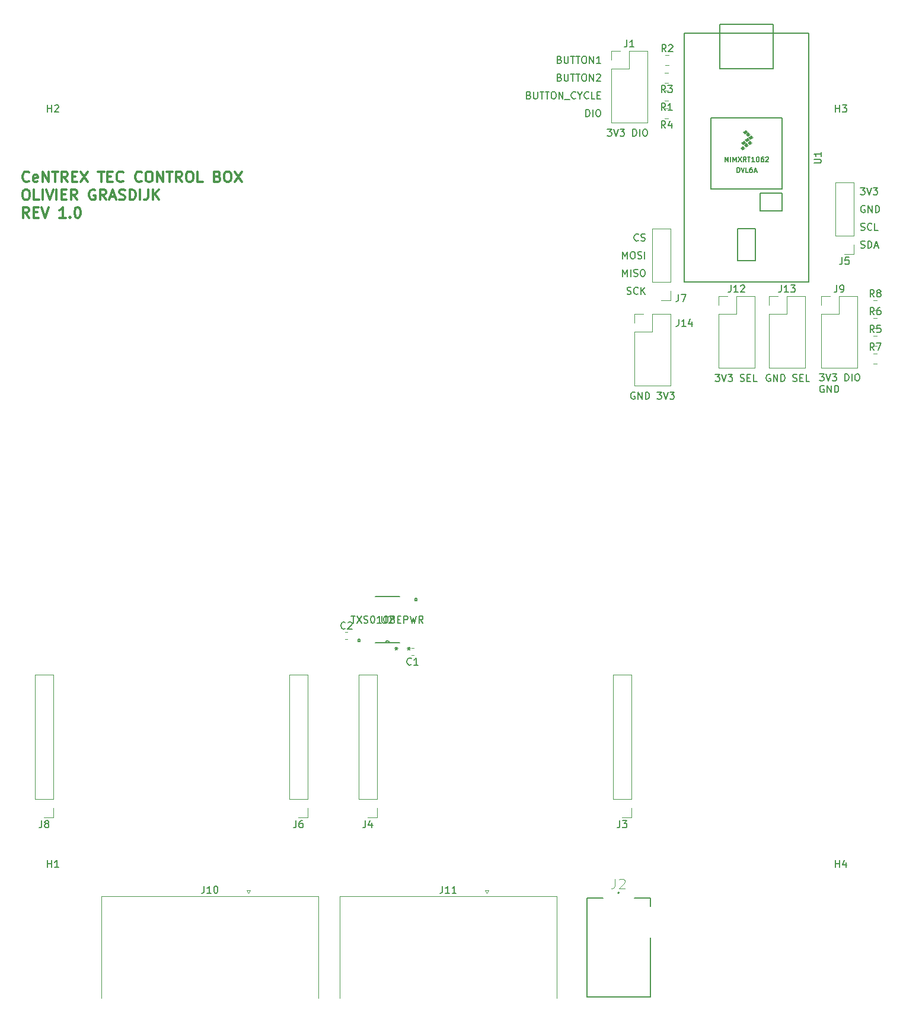
<source format=gbr>
G04 #@! TF.GenerationSoftware,KiCad,Pcbnew,(5.1.5)-3*
G04 #@! TF.CreationDate,2020-06-18T11:51:04-04:00*
G04 #@! TF.ProjectId,mtd415te,6d746434-3135-4746-952e-6b696361645f,rev?*
G04 #@! TF.SameCoordinates,Original*
G04 #@! TF.FileFunction,Legend,Top*
G04 #@! TF.FilePolarity,Positive*
%FSLAX46Y46*%
G04 Gerber Fmt 4.6, Leading zero omitted, Abs format (unit mm)*
G04 Created by KiCad (PCBNEW (5.1.5)-3) date 2020-06-18 11:51:04*
%MOMM*%
%LPD*%
G04 APERTURE LIST*
%ADD10C,0.150000*%
%ADD11C,0.300000*%
%ADD12C,0.120000*%
%ADD13C,0.200000*%
%ADD14C,0.127000*%
%ADD15C,0.100000*%
%ADD16C,0.152400*%
%ADD17C,0.015000*%
G04 APERTURE END LIST*
D10*
X163609976Y-57046761D02*
X163752833Y-57094380D01*
X163990928Y-57094380D01*
X164086166Y-57046761D01*
X164133785Y-56999142D01*
X164181404Y-56903904D01*
X164181404Y-56808666D01*
X164133785Y-56713428D01*
X164086166Y-56665809D01*
X163990928Y-56618190D01*
X163800452Y-56570571D01*
X163705214Y-56522952D01*
X163657595Y-56475333D01*
X163609976Y-56380095D01*
X163609976Y-56284857D01*
X163657595Y-56189619D01*
X163705214Y-56142000D01*
X163800452Y-56094380D01*
X164038547Y-56094380D01*
X164181404Y-56142000D01*
X164609976Y-57094380D02*
X164609976Y-56094380D01*
X164848071Y-56094380D01*
X164990928Y-56142000D01*
X165086166Y-56237238D01*
X165133785Y-56332476D01*
X165181404Y-56522952D01*
X165181404Y-56665809D01*
X165133785Y-56856285D01*
X165086166Y-56951523D01*
X164990928Y-57046761D01*
X164848071Y-57094380D01*
X164609976Y-57094380D01*
X165562357Y-56808666D02*
X166038547Y-56808666D01*
X165467119Y-57094380D02*
X165800452Y-56094380D01*
X166133785Y-57094380D01*
X163609976Y-54506761D02*
X163752833Y-54554380D01*
X163990928Y-54554380D01*
X164086166Y-54506761D01*
X164133785Y-54459142D01*
X164181404Y-54363904D01*
X164181404Y-54268666D01*
X164133785Y-54173428D01*
X164086166Y-54125809D01*
X163990928Y-54078190D01*
X163800452Y-54030571D01*
X163705214Y-53982952D01*
X163657595Y-53935333D01*
X163609976Y-53840095D01*
X163609976Y-53744857D01*
X163657595Y-53649619D01*
X163705214Y-53602000D01*
X163800452Y-53554380D01*
X164038547Y-53554380D01*
X164181404Y-53602000D01*
X165181404Y-54459142D02*
X165133785Y-54506761D01*
X164990928Y-54554380D01*
X164895690Y-54554380D01*
X164752833Y-54506761D01*
X164657595Y-54411523D01*
X164609976Y-54316285D01*
X164562357Y-54125809D01*
X164562357Y-53982952D01*
X164609976Y-53792476D01*
X164657595Y-53697238D01*
X164752833Y-53602000D01*
X164895690Y-53554380D01*
X164990928Y-53554380D01*
X165133785Y-53602000D01*
X165181404Y-53649619D01*
X166086166Y-54554380D02*
X165609976Y-54554380D01*
X165609976Y-53554380D01*
X164181404Y-51062000D02*
X164086166Y-51014380D01*
X163943309Y-51014380D01*
X163800452Y-51062000D01*
X163705214Y-51157238D01*
X163657595Y-51252476D01*
X163609976Y-51442952D01*
X163609976Y-51585809D01*
X163657595Y-51776285D01*
X163705214Y-51871523D01*
X163800452Y-51966761D01*
X163943309Y-52014380D01*
X164038547Y-52014380D01*
X164181404Y-51966761D01*
X164229023Y-51919142D01*
X164229023Y-51585809D01*
X164038547Y-51585809D01*
X164657595Y-52014380D02*
X164657595Y-51014380D01*
X165229023Y-52014380D01*
X165229023Y-51014380D01*
X165705214Y-52014380D02*
X165705214Y-51014380D01*
X165943309Y-51014380D01*
X166086166Y-51062000D01*
X166181404Y-51157238D01*
X166229023Y-51252476D01*
X166276642Y-51442952D01*
X166276642Y-51585809D01*
X166229023Y-51776285D01*
X166181404Y-51871523D01*
X166086166Y-51966761D01*
X165943309Y-52014380D01*
X165705214Y-52014380D01*
X163562357Y-48474380D02*
X164181404Y-48474380D01*
X163848071Y-48855333D01*
X163990928Y-48855333D01*
X164086166Y-48902952D01*
X164133785Y-48950571D01*
X164181404Y-49045809D01*
X164181404Y-49283904D01*
X164133785Y-49379142D01*
X164086166Y-49426761D01*
X163990928Y-49474380D01*
X163705214Y-49474380D01*
X163609976Y-49426761D01*
X163562357Y-49379142D01*
X164467119Y-48474380D02*
X164800452Y-49474380D01*
X165133785Y-48474380D01*
X165371880Y-48474380D02*
X165990928Y-48474380D01*
X165657595Y-48855333D01*
X165800452Y-48855333D01*
X165895690Y-48902952D01*
X165943309Y-48950571D01*
X165990928Y-49045809D01*
X165990928Y-49283904D01*
X165943309Y-49379142D01*
X165895690Y-49426761D01*
X165800452Y-49474380D01*
X165514738Y-49474380D01*
X165419500Y-49426761D01*
X165371880Y-49379142D01*
X129617547Y-61158380D02*
X129617547Y-60158380D01*
X129950880Y-60872666D01*
X130284214Y-60158380D01*
X130284214Y-61158380D01*
X130760404Y-61158380D02*
X130760404Y-60158380D01*
X131188976Y-61110761D02*
X131331833Y-61158380D01*
X131569928Y-61158380D01*
X131665166Y-61110761D01*
X131712785Y-61063142D01*
X131760404Y-60967904D01*
X131760404Y-60872666D01*
X131712785Y-60777428D01*
X131665166Y-60729809D01*
X131569928Y-60682190D01*
X131379452Y-60634571D01*
X131284214Y-60586952D01*
X131236595Y-60539333D01*
X131188976Y-60444095D01*
X131188976Y-60348857D01*
X131236595Y-60253619D01*
X131284214Y-60206000D01*
X131379452Y-60158380D01*
X131617547Y-60158380D01*
X131760404Y-60206000D01*
X132379452Y-60158380D02*
X132569928Y-60158380D01*
X132665166Y-60206000D01*
X132760404Y-60301238D01*
X132808023Y-60491714D01*
X132808023Y-60825047D01*
X132760404Y-61015523D01*
X132665166Y-61110761D01*
X132569928Y-61158380D01*
X132379452Y-61158380D01*
X132284214Y-61110761D01*
X132188976Y-61015523D01*
X132141357Y-60825047D01*
X132141357Y-60491714D01*
X132188976Y-60301238D01*
X132284214Y-60206000D01*
X132379452Y-60158380D01*
X131855642Y-55983142D02*
X131808023Y-56030761D01*
X131665166Y-56078380D01*
X131569928Y-56078380D01*
X131427071Y-56030761D01*
X131331833Y-55935523D01*
X131284214Y-55840285D01*
X131236595Y-55649809D01*
X131236595Y-55506952D01*
X131284214Y-55316476D01*
X131331833Y-55221238D01*
X131427071Y-55126000D01*
X131569928Y-55078380D01*
X131665166Y-55078380D01*
X131808023Y-55126000D01*
X131855642Y-55173619D01*
X132236595Y-56030761D02*
X132379452Y-56078380D01*
X132617547Y-56078380D01*
X132712785Y-56030761D01*
X132760404Y-55983142D01*
X132808023Y-55887904D01*
X132808023Y-55792666D01*
X132760404Y-55697428D01*
X132712785Y-55649809D01*
X132617547Y-55602190D01*
X132427071Y-55554571D01*
X132331833Y-55506952D01*
X132284214Y-55459333D01*
X132236595Y-55364095D01*
X132236595Y-55268857D01*
X132284214Y-55173619D01*
X132331833Y-55126000D01*
X132427071Y-55078380D01*
X132665166Y-55078380D01*
X132808023Y-55126000D01*
X130236595Y-63650761D02*
X130379452Y-63698380D01*
X130617547Y-63698380D01*
X130712785Y-63650761D01*
X130760404Y-63603142D01*
X130808023Y-63507904D01*
X130808023Y-63412666D01*
X130760404Y-63317428D01*
X130712785Y-63269809D01*
X130617547Y-63222190D01*
X130427071Y-63174571D01*
X130331833Y-63126952D01*
X130284214Y-63079333D01*
X130236595Y-62984095D01*
X130236595Y-62888857D01*
X130284214Y-62793619D01*
X130331833Y-62746000D01*
X130427071Y-62698380D01*
X130665166Y-62698380D01*
X130808023Y-62746000D01*
X131808023Y-63603142D02*
X131760404Y-63650761D01*
X131617547Y-63698380D01*
X131522309Y-63698380D01*
X131379452Y-63650761D01*
X131284214Y-63555523D01*
X131236595Y-63460285D01*
X131188976Y-63269809D01*
X131188976Y-63126952D01*
X131236595Y-62936476D01*
X131284214Y-62841238D01*
X131379452Y-62746000D01*
X131522309Y-62698380D01*
X131617547Y-62698380D01*
X131760404Y-62746000D01*
X131808023Y-62793619D01*
X132236595Y-63698380D02*
X132236595Y-62698380D01*
X132808023Y-63698380D02*
X132379452Y-63126952D01*
X132808023Y-62698380D02*
X132236595Y-63269809D01*
X129617547Y-58618380D02*
X129617547Y-57618380D01*
X129950880Y-58332666D01*
X130284214Y-57618380D01*
X130284214Y-58618380D01*
X130950880Y-57618380D02*
X131141357Y-57618380D01*
X131236595Y-57666000D01*
X131331833Y-57761238D01*
X131379452Y-57951714D01*
X131379452Y-58285047D01*
X131331833Y-58475523D01*
X131236595Y-58570761D01*
X131141357Y-58618380D01*
X130950880Y-58618380D01*
X130855642Y-58570761D01*
X130760404Y-58475523D01*
X130712785Y-58285047D01*
X130712785Y-57951714D01*
X130760404Y-57761238D01*
X130855642Y-57666000D01*
X130950880Y-57618380D01*
X131760404Y-58570761D02*
X131903261Y-58618380D01*
X132141357Y-58618380D01*
X132236595Y-58570761D01*
X132284214Y-58523142D01*
X132331833Y-58427904D01*
X132331833Y-58332666D01*
X132284214Y-58237428D01*
X132236595Y-58189809D01*
X132141357Y-58142190D01*
X131950880Y-58094571D01*
X131855642Y-58046952D01*
X131808023Y-57999333D01*
X131760404Y-57904095D01*
X131760404Y-57808857D01*
X131808023Y-57713619D01*
X131855642Y-57666000D01*
X131950880Y-57618380D01*
X132188976Y-57618380D01*
X132331833Y-57666000D01*
X132760404Y-58618380D02*
X132760404Y-57618380D01*
X131334190Y-77732000D02*
X131238952Y-77684380D01*
X131096095Y-77684380D01*
X130953238Y-77732000D01*
X130858000Y-77827238D01*
X130810380Y-77922476D01*
X130762761Y-78112952D01*
X130762761Y-78255809D01*
X130810380Y-78446285D01*
X130858000Y-78541523D01*
X130953238Y-78636761D01*
X131096095Y-78684380D01*
X131191333Y-78684380D01*
X131334190Y-78636761D01*
X131381809Y-78589142D01*
X131381809Y-78255809D01*
X131191333Y-78255809D01*
X131810380Y-78684380D02*
X131810380Y-77684380D01*
X132381809Y-78684380D01*
X132381809Y-77684380D01*
X132858000Y-78684380D02*
X132858000Y-77684380D01*
X133096095Y-77684380D01*
X133238952Y-77732000D01*
X133334190Y-77827238D01*
X133381809Y-77922476D01*
X133429428Y-78112952D01*
X133429428Y-78255809D01*
X133381809Y-78446285D01*
X133334190Y-78541523D01*
X133238952Y-78636761D01*
X133096095Y-78684380D01*
X132858000Y-78684380D01*
X134524666Y-77684380D02*
X135143714Y-77684380D01*
X134810380Y-78065333D01*
X134953238Y-78065333D01*
X135048476Y-78112952D01*
X135096095Y-78160571D01*
X135143714Y-78255809D01*
X135143714Y-78493904D01*
X135096095Y-78589142D01*
X135048476Y-78636761D01*
X134953238Y-78684380D01*
X134667523Y-78684380D01*
X134572285Y-78636761D01*
X134524666Y-78589142D01*
X135429428Y-77684380D02*
X135762761Y-78684380D01*
X136096095Y-77684380D01*
X136334190Y-77684380D02*
X136953238Y-77684380D01*
X136619904Y-78065333D01*
X136762761Y-78065333D01*
X136858000Y-78112952D01*
X136905619Y-78160571D01*
X136953238Y-78255809D01*
X136953238Y-78493904D01*
X136905619Y-78589142D01*
X136858000Y-78636761D01*
X136762761Y-78684380D01*
X136477047Y-78684380D01*
X136381809Y-78636761D01*
X136334190Y-78589142D01*
D11*
X44843285Y-47515714D02*
X44771857Y-47587142D01*
X44557571Y-47658571D01*
X44414714Y-47658571D01*
X44200428Y-47587142D01*
X44057571Y-47444285D01*
X43986142Y-47301428D01*
X43914714Y-47015714D01*
X43914714Y-46801428D01*
X43986142Y-46515714D01*
X44057571Y-46372857D01*
X44200428Y-46230000D01*
X44414714Y-46158571D01*
X44557571Y-46158571D01*
X44771857Y-46230000D01*
X44843285Y-46301428D01*
X46057571Y-47587142D02*
X45914714Y-47658571D01*
X45629000Y-47658571D01*
X45486142Y-47587142D01*
X45414714Y-47444285D01*
X45414714Y-46872857D01*
X45486142Y-46730000D01*
X45629000Y-46658571D01*
X45914714Y-46658571D01*
X46057571Y-46730000D01*
X46129000Y-46872857D01*
X46129000Y-47015714D01*
X45414714Y-47158571D01*
X46771857Y-47658571D02*
X46771857Y-46158571D01*
X47629000Y-47658571D01*
X47629000Y-46158571D01*
X48129000Y-46158571D02*
X48986142Y-46158571D01*
X48557571Y-47658571D02*
X48557571Y-46158571D01*
X50343285Y-47658571D02*
X49843285Y-46944285D01*
X49486142Y-47658571D02*
X49486142Y-46158571D01*
X50057571Y-46158571D01*
X50200428Y-46230000D01*
X50271857Y-46301428D01*
X50343285Y-46444285D01*
X50343285Y-46658571D01*
X50271857Y-46801428D01*
X50200428Y-46872857D01*
X50057571Y-46944285D01*
X49486142Y-46944285D01*
X50986142Y-46872857D02*
X51486142Y-46872857D01*
X51700428Y-47658571D02*
X50986142Y-47658571D01*
X50986142Y-46158571D01*
X51700428Y-46158571D01*
X52200428Y-46158571D02*
X53200428Y-47658571D01*
X53200428Y-46158571D02*
X52200428Y-47658571D01*
X54700428Y-46158571D02*
X55557571Y-46158571D01*
X55129000Y-47658571D02*
X55129000Y-46158571D01*
X56057571Y-46872857D02*
X56557571Y-46872857D01*
X56771857Y-47658571D02*
X56057571Y-47658571D01*
X56057571Y-46158571D01*
X56771857Y-46158571D01*
X58271857Y-47515714D02*
X58200428Y-47587142D01*
X57986142Y-47658571D01*
X57843285Y-47658571D01*
X57629000Y-47587142D01*
X57486142Y-47444285D01*
X57414714Y-47301428D01*
X57343285Y-47015714D01*
X57343285Y-46801428D01*
X57414714Y-46515714D01*
X57486142Y-46372857D01*
X57629000Y-46230000D01*
X57843285Y-46158571D01*
X57986142Y-46158571D01*
X58200428Y-46230000D01*
X58271857Y-46301428D01*
X60914714Y-47515714D02*
X60843285Y-47587142D01*
X60629000Y-47658571D01*
X60486142Y-47658571D01*
X60271857Y-47587142D01*
X60129000Y-47444285D01*
X60057571Y-47301428D01*
X59986142Y-47015714D01*
X59986142Y-46801428D01*
X60057571Y-46515714D01*
X60129000Y-46372857D01*
X60271857Y-46230000D01*
X60486142Y-46158571D01*
X60629000Y-46158571D01*
X60843285Y-46230000D01*
X60914714Y-46301428D01*
X61843285Y-46158571D02*
X62129000Y-46158571D01*
X62271857Y-46230000D01*
X62414714Y-46372857D01*
X62486142Y-46658571D01*
X62486142Y-47158571D01*
X62414714Y-47444285D01*
X62271857Y-47587142D01*
X62129000Y-47658571D01*
X61843285Y-47658571D01*
X61700428Y-47587142D01*
X61557571Y-47444285D01*
X61486142Y-47158571D01*
X61486142Y-46658571D01*
X61557571Y-46372857D01*
X61700428Y-46230000D01*
X61843285Y-46158571D01*
X63129000Y-47658571D02*
X63129000Y-46158571D01*
X63986142Y-47658571D01*
X63986142Y-46158571D01*
X64486142Y-46158571D02*
X65343285Y-46158571D01*
X64914714Y-47658571D02*
X64914714Y-46158571D01*
X66700428Y-47658571D02*
X66200428Y-46944285D01*
X65843285Y-47658571D02*
X65843285Y-46158571D01*
X66414714Y-46158571D01*
X66557571Y-46230000D01*
X66629000Y-46301428D01*
X66700428Y-46444285D01*
X66700428Y-46658571D01*
X66629000Y-46801428D01*
X66557571Y-46872857D01*
X66414714Y-46944285D01*
X65843285Y-46944285D01*
X67629000Y-46158571D02*
X67914714Y-46158571D01*
X68057571Y-46230000D01*
X68200428Y-46372857D01*
X68271857Y-46658571D01*
X68271857Y-47158571D01*
X68200428Y-47444285D01*
X68057571Y-47587142D01*
X67914714Y-47658571D01*
X67629000Y-47658571D01*
X67486142Y-47587142D01*
X67343285Y-47444285D01*
X67271857Y-47158571D01*
X67271857Y-46658571D01*
X67343285Y-46372857D01*
X67486142Y-46230000D01*
X67629000Y-46158571D01*
X69629000Y-47658571D02*
X68914714Y-47658571D01*
X68914714Y-46158571D01*
X71771857Y-46872857D02*
X71986142Y-46944285D01*
X72057571Y-47015714D01*
X72129000Y-47158571D01*
X72129000Y-47372857D01*
X72057571Y-47515714D01*
X71986142Y-47587142D01*
X71843285Y-47658571D01*
X71271857Y-47658571D01*
X71271857Y-46158571D01*
X71771857Y-46158571D01*
X71914714Y-46230000D01*
X71986142Y-46301428D01*
X72057571Y-46444285D01*
X72057571Y-46587142D01*
X71986142Y-46730000D01*
X71914714Y-46801428D01*
X71771857Y-46872857D01*
X71271857Y-46872857D01*
X73057571Y-46158571D02*
X73343285Y-46158571D01*
X73486142Y-46230000D01*
X73629000Y-46372857D01*
X73700428Y-46658571D01*
X73700428Y-47158571D01*
X73629000Y-47444285D01*
X73486142Y-47587142D01*
X73343285Y-47658571D01*
X73057571Y-47658571D01*
X72914714Y-47587142D01*
X72771857Y-47444285D01*
X72700428Y-47158571D01*
X72700428Y-46658571D01*
X72771857Y-46372857D01*
X72914714Y-46230000D01*
X73057571Y-46158571D01*
X74200428Y-46158571D02*
X75200428Y-47658571D01*
X75200428Y-46158571D02*
X74200428Y-47658571D01*
X44271857Y-48708571D02*
X44557571Y-48708571D01*
X44700428Y-48780000D01*
X44843285Y-48922857D01*
X44914714Y-49208571D01*
X44914714Y-49708571D01*
X44843285Y-49994285D01*
X44700428Y-50137142D01*
X44557571Y-50208571D01*
X44271857Y-50208571D01*
X44129000Y-50137142D01*
X43986142Y-49994285D01*
X43914714Y-49708571D01*
X43914714Y-49208571D01*
X43986142Y-48922857D01*
X44129000Y-48780000D01*
X44271857Y-48708571D01*
X46271857Y-50208571D02*
X45557571Y-50208571D01*
X45557571Y-48708571D01*
X46771857Y-50208571D02*
X46771857Y-48708571D01*
X47271857Y-48708571D02*
X47771857Y-50208571D01*
X48271857Y-48708571D01*
X48771857Y-50208571D02*
X48771857Y-48708571D01*
X49486142Y-49422857D02*
X49986142Y-49422857D01*
X50200428Y-50208571D02*
X49486142Y-50208571D01*
X49486142Y-48708571D01*
X50200428Y-48708571D01*
X51700428Y-50208571D02*
X51200428Y-49494285D01*
X50843285Y-50208571D02*
X50843285Y-48708571D01*
X51414714Y-48708571D01*
X51557571Y-48780000D01*
X51629000Y-48851428D01*
X51700428Y-48994285D01*
X51700428Y-49208571D01*
X51629000Y-49351428D01*
X51557571Y-49422857D01*
X51414714Y-49494285D01*
X50843285Y-49494285D01*
X54271857Y-48780000D02*
X54129000Y-48708571D01*
X53914714Y-48708571D01*
X53700428Y-48780000D01*
X53557571Y-48922857D01*
X53486142Y-49065714D01*
X53414714Y-49351428D01*
X53414714Y-49565714D01*
X53486142Y-49851428D01*
X53557571Y-49994285D01*
X53700428Y-50137142D01*
X53914714Y-50208571D01*
X54057571Y-50208571D01*
X54271857Y-50137142D01*
X54343285Y-50065714D01*
X54343285Y-49565714D01*
X54057571Y-49565714D01*
X55843285Y-50208571D02*
X55343285Y-49494285D01*
X54986142Y-50208571D02*
X54986142Y-48708571D01*
X55557571Y-48708571D01*
X55700428Y-48780000D01*
X55771857Y-48851428D01*
X55843285Y-48994285D01*
X55843285Y-49208571D01*
X55771857Y-49351428D01*
X55700428Y-49422857D01*
X55557571Y-49494285D01*
X54986142Y-49494285D01*
X56414714Y-49780000D02*
X57129000Y-49780000D01*
X56271857Y-50208571D02*
X56771857Y-48708571D01*
X57271857Y-50208571D01*
X57700428Y-50137142D02*
X57914714Y-50208571D01*
X58271857Y-50208571D01*
X58414714Y-50137142D01*
X58486142Y-50065714D01*
X58557571Y-49922857D01*
X58557571Y-49780000D01*
X58486142Y-49637142D01*
X58414714Y-49565714D01*
X58271857Y-49494285D01*
X57986142Y-49422857D01*
X57843285Y-49351428D01*
X57771857Y-49280000D01*
X57700428Y-49137142D01*
X57700428Y-48994285D01*
X57771857Y-48851428D01*
X57843285Y-48780000D01*
X57986142Y-48708571D01*
X58343285Y-48708571D01*
X58557571Y-48780000D01*
X59200428Y-50208571D02*
X59200428Y-48708571D01*
X59557571Y-48708571D01*
X59771857Y-48780000D01*
X59914714Y-48922857D01*
X59986142Y-49065714D01*
X60057571Y-49351428D01*
X60057571Y-49565714D01*
X59986142Y-49851428D01*
X59914714Y-49994285D01*
X59771857Y-50137142D01*
X59557571Y-50208571D01*
X59200428Y-50208571D01*
X60700428Y-50208571D02*
X60700428Y-48708571D01*
X61843285Y-48708571D02*
X61843285Y-49780000D01*
X61771857Y-49994285D01*
X61629000Y-50137142D01*
X61414714Y-50208571D01*
X61271857Y-50208571D01*
X62557571Y-50208571D02*
X62557571Y-48708571D01*
X63414714Y-50208571D02*
X62771857Y-49351428D01*
X63414714Y-48708571D02*
X62557571Y-49565714D01*
X44843285Y-52758571D02*
X44343285Y-52044285D01*
X43986142Y-52758571D02*
X43986142Y-51258571D01*
X44557571Y-51258571D01*
X44700428Y-51330000D01*
X44771857Y-51401428D01*
X44843285Y-51544285D01*
X44843285Y-51758571D01*
X44771857Y-51901428D01*
X44700428Y-51972857D01*
X44557571Y-52044285D01*
X43986142Y-52044285D01*
X45486142Y-51972857D02*
X45986142Y-51972857D01*
X46200428Y-52758571D02*
X45486142Y-52758571D01*
X45486142Y-51258571D01*
X46200428Y-51258571D01*
X46629000Y-51258571D02*
X47129000Y-52758571D01*
X47629000Y-51258571D01*
X50057571Y-52758571D02*
X49200428Y-52758571D01*
X49629000Y-52758571D02*
X49629000Y-51258571D01*
X49486142Y-51472857D01*
X49343285Y-51615714D01*
X49200428Y-51687142D01*
X50700428Y-52615714D02*
X50771857Y-52687142D01*
X50700428Y-52758571D01*
X50629000Y-52687142D01*
X50700428Y-52615714D01*
X50700428Y-52758571D01*
X51700428Y-51258571D02*
X51843285Y-51258571D01*
X51986142Y-51330000D01*
X52057571Y-51401428D01*
X52129000Y-51544285D01*
X52200428Y-51830000D01*
X52200428Y-52187142D01*
X52129000Y-52472857D01*
X52057571Y-52615714D01*
X51986142Y-52687142D01*
X51843285Y-52758571D01*
X51700428Y-52758571D01*
X51557571Y-52687142D01*
X51486142Y-52615714D01*
X51414714Y-52472857D01*
X51343285Y-52187142D01*
X51343285Y-51830000D01*
X51414714Y-51544285D01*
X51486142Y-51401428D01*
X51557571Y-51330000D01*
X51700428Y-51258571D01*
D10*
X150685809Y-75192000D02*
X150590571Y-75144380D01*
X150447714Y-75144380D01*
X150304857Y-75192000D01*
X150209619Y-75287238D01*
X150162000Y-75382476D01*
X150114380Y-75572952D01*
X150114380Y-75715809D01*
X150162000Y-75906285D01*
X150209619Y-76001523D01*
X150304857Y-76096761D01*
X150447714Y-76144380D01*
X150542952Y-76144380D01*
X150685809Y-76096761D01*
X150733428Y-76049142D01*
X150733428Y-75715809D01*
X150542952Y-75715809D01*
X151162000Y-76144380D02*
X151162000Y-75144380D01*
X151733428Y-76144380D01*
X151733428Y-75144380D01*
X152209619Y-76144380D02*
X152209619Y-75144380D01*
X152447714Y-75144380D01*
X152590571Y-75192000D01*
X152685809Y-75287238D01*
X152733428Y-75382476D01*
X152781047Y-75572952D01*
X152781047Y-75715809D01*
X152733428Y-75906285D01*
X152685809Y-76001523D01*
X152590571Y-76096761D01*
X152447714Y-76144380D01*
X152209619Y-76144380D01*
X153923904Y-76096761D02*
X154066761Y-76144380D01*
X154304857Y-76144380D01*
X154400095Y-76096761D01*
X154447714Y-76049142D01*
X154495333Y-75953904D01*
X154495333Y-75858666D01*
X154447714Y-75763428D01*
X154400095Y-75715809D01*
X154304857Y-75668190D01*
X154114380Y-75620571D01*
X154019142Y-75572952D01*
X153971523Y-75525333D01*
X153923904Y-75430095D01*
X153923904Y-75334857D01*
X153971523Y-75239619D01*
X154019142Y-75192000D01*
X154114380Y-75144380D01*
X154352476Y-75144380D01*
X154495333Y-75192000D01*
X154923904Y-75620571D02*
X155257238Y-75620571D01*
X155400095Y-76144380D02*
X154923904Y-76144380D01*
X154923904Y-75144380D01*
X155400095Y-75144380D01*
X156304857Y-76144380D02*
X155828666Y-76144380D01*
X155828666Y-75144380D01*
X142843619Y-75144380D02*
X143462666Y-75144380D01*
X143129333Y-75525333D01*
X143272190Y-75525333D01*
X143367428Y-75572952D01*
X143415047Y-75620571D01*
X143462666Y-75715809D01*
X143462666Y-75953904D01*
X143415047Y-76049142D01*
X143367428Y-76096761D01*
X143272190Y-76144380D01*
X142986476Y-76144380D01*
X142891238Y-76096761D01*
X142843619Y-76049142D01*
X143748380Y-75144380D02*
X144081714Y-76144380D01*
X144415047Y-75144380D01*
X144653142Y-75144380D02*
X145272190Y-75144380D01*
X144938857Y-75525333D01*
X145081714Y-75525333D01*
X145176952Y-75572952D01*
X145224571Y-75620571D01*
X145272190Y-75715809D01*
X145272190Y-75953904D01*
X145224571Y-76049142D01*
X145176952Y-76096761D01*
X145081714Y-76144380D01*
X144796000Y-76144380D01*
X144700761Y-76096761D01*
X144653142Y-76049142D01*
X146415047Y-76096761D02*
X146557904Y-76144380D01*
X146796000Y-76144380D01*
X146891238Y-76096761D01*
X146938857Y-76049142D01*
X146986476Y-75953904D01*
X146986476Y-75858666D01*
X146938857Y-75763428D01*
X146891238Y-75715809D01*
X146796000Y-75668190D01*
X146605523Y-75620571D01*
X146510285Y-75572952D01*
X146462666Y-75525333D01*
X146415047Y-75430095D01*
X146415047Y-75334857D01*
X146462666Y-75239619D01*
X146510285Y-75192000D01*
X146605523Y-75144380D01*
X146843619Y-75144380D01*
X146986476Y-75192000D01*
X147415047Y-75620571D02*
X147748380Y-75620571D01*
X147891238Y-76144380D02*
X147415047Y-76144380D01*
X147415047Y-75144380D01*
X147891238Y-75144380D01*
X148796000Y-76144380D02*
X148319809Y-76144380D01*
X148319809Y-75144380D01*
X157720357Y-75081380D02*
X158339404Y-75081380D01*
X158006071Y-75462333D01*
X158148928Y-75462333D01*
X158244166Y-75509952D01*
X158291785Y-75557571D01*
X158339404Y-75652809D01*
X158339404Y-75890904D01*
X158291785Y-75986142D01*
X158244166Y-76033761D01*
X158148928Y-76081380D01*
X157863214Y-76081380D01*
X157767976Y-76033761D01*
X157720357Y-75986142D01*
X158625119Y-75081380D02*
X158958452Y-76081380D01*
X159291785Y-75081380D01*
X159529880Y-75081380D02*
X160148928Y-75081380D01*
X159815595Y-75462333D01*
X159958452Y-75462333D01*
X160053690Y-75509952D01*
X160101309Y-75557571D01*
X160148928Y-75652809D01*
X160148928Y-75890904D01*
X160101309Y-75986142D01*
X160053690Y-76033761D01*
X159958452Y-76081380D01*
X159672738Y-76081380D01*
X159577500Y-76033761D01*
X159529880Y-75986142D01*
X161339404Y-76081380D02*
X161339404Y-75081380D01*
X161577500Y-75081380D01*
X161720357Y-75129000D01*
X161815595Y-75224238D01*
X161863214Y-75319476D01*
X161910833Y-75509952D01*
X161910833Y-75652809D01*
X161863214Y-75843285D01*
X161815595Y-75938523D01*
X161720357Y-76033761D01*
X161577500Y-76081380D01*
X161339404Y-76081380D01*
X162339404Y-76081380D02*
X162339404Y-75081380D01*
X163006071Y-75081380D02*
X163196547Y-75081380D01*
X163291785Y-75129000D01*
X163387023Y-75224238D01*
X163434642Y-75414714D01*
X163434642Y-75748047D01*
X163387023Y-75938523D01*
X163291785Y-76033761D01*
X163196547Y-76081380D01*
X163006071Y-76081380D01*
X162910833Y-76033761D01*
X162815595Y-75938523D01*
X162767976Y-75748047D01*
X162767976Y-75414714D01*
X162815595Y-75224238D01*
X162910833Y-75129000D01*
X163006071Y-75081380D01*
X158339404Y-76779000D02*
X158244166Y-76731380D01*
X158101309Y-76731380D01*
X157958452Y-76779000D01*
X157863214Y-76874238D01*
X157815595Y-76969476D01*
X157767976Y-77159952D01*
X157767976Y-77302809D01*
X157815595Y-77493285D01*
X157863214Y-77588523D01*
X157958452Y-77683761D01*
X158101309Y-77731380D01*
X158196547Y-77731380D01*
X158339404Y-77683761D01*
X158387023Y-77636142D01*
X158387023Y-77302809D01*
X158196547Y-77302809D01*
X158815595Y-77731380D02*
X158815595Y-76731380D01*
X159387023Y-77731380D01*
X159387023Y-76731380D01*
X159863214Y-77731380D02*
X159863214Y-76731380D01*
X160101309Y-76731380D01*
X160244166Y-76779000D01*
X160339404Y-76874238D01*
X160387023Y-76969476D01*
X160434642Y-77159952D01*
X160434642Y-77302809D01*
X160387023Y-77493285D01*
X160339404Y-77588523D01*
X160244166Y-77683761D01*
X160101309Y-77731380D01*
X159863214Y-77731380D01*
X127421047Y-40092380D02*
X128040095Y-40092380D01*
X127706761Y-40473333D01*
X127849619Y-40473333D01*
X127944857Y-40520952D01*
X127992476Y-40568571D01*
X128040095Y-40663809D01*
X128040095Y-40901904D01*
X127992476Y-40997142D01*
X127944857Y-41044761D01*
X127849619Y-41092380D01*
X127563904Y-41092380D01*
X127468666Y-41044761D01*
X127421047Y-40997142D01*
X128325809Y-40092380D02*
X128659142Y-41092380D01*
X128992476Y-40092380D01*
X129230571Y-40092380D02*
X129849619Y-40092380D01*
X129516285Y-40473333D01*
X129659142Y-40473333D01*
X129754380Y-40520952D01*
X129802000Y-40568571D01*
X129849619Y-40663809D01*
X129849619Y-40901904D01*
X129802000Y-40997142D01*
X129754380Y-41044761D01*
X129659142Y-41092380D01*
X129373428Y-41092380D01*
X129278190Y-41044761D01*
X129230571Y-40997142D01*
X131040095Y-41092380D02*
X131040095Y-40092380D01*
X131278190Y-40092380D01*
X131421047Y-40140000D01*
X131516285Y-40235238D01*
X131563904Y-40330476D01*
X131611523Y-40520952D01*
X131611523Y-40663809D01*
X131563904Y-40854285D01*
X131516285Y-40949523D01*
X131421047Y-41044761D01*
X131278190Y-41092380D01*
X131040095Y-41092380D01*
X132040095Y-41092380D02*
X132040095Y-40092380D01*
X132706761Y-40092380D02*
X132897238Y-40092380D01*
X132992476Y-40140000D01*
X133087714Y-40235238D01*
X133135333Y-40425714D01*
X133135333Y-40759047D01*
X133087714Y-40949523D01*
X132992476Y-41044761D01*
X132897238Y-41092380D01*
X132706761Y-41092380D01*
X132611523Y-41044761D01*
X132516285Y-40949523D01*
X132468666Y-40759047D01*
X132468666Y-40425714D01*
X132516285Y-40235238D01*
X132611523Y-40140000D01*
X132706761Y-40092380D01*
X124362785Y-38298380D02*
X124362785Y-37298380D01*
X124600880Y-37298380D01*
X124743738Y-37346000D01*
X124838976Y-37441238D01*
X124886595Y-37536476D01*
X124934214Y-37726952D01*
X124934214Y-37869809D01*
X124886595Y-38060285D01*
X124838976Y-38155523D01*
X124743738Y-38250761D01*
X124600880Y-38298380D01*
X124362785Y-38298380D01*
X125362785Y-38298380D02*
X125362785Y-37298380D01*
X126029452Y-37298380D02*
X126219928Y-37298380D01*
X126315166Y-37346000D01*
X126410404Y-37441238D01*
X126458023Y-37631714D01*
X126458023Y-37965047D01*
X126410404Y-38155523D01*
X126315166Y-38250761D01*
X126219928Y-38298380D01*
X126029452Y-38298380D01*
X125934214Y-38250761D01*
X125838976Y-38155523D01*
X125791357Y-37965047D01*
X125791357Y-37631714D01*
X125838976Y-37441238D01*
X125934214Y-37346000D01*
X126029452Y-37298380D01*
X116219928Y-35234571D02*
X116362785Y-35282190D01*
X116410404Y-35329809D01*
X116458023Y-35425047D01*
X116458023Y-35567904D01*
X116410404Y-35663142D01*
X116362785Y-35710761D01*
X116267547Y-35758380D01*
X115886595Y-35758380D01*
X115886595Y-34758380D01*
X116219928Y-34758380D01*
X116315166Y-34806000D01*
X116362785Y-34853619D01*
X116410404Y-34948857D01*
X116410404Y-35044095D01*
X116362785Y-35139333D01*
X116315166Y-35186952D01*
X116219928Y-35234571D01*
X115886595Y-35234571D01*
X116886595Y-34758380D02*
X116886595Y-35567904D01*
X116934214Y-35663142D01*
X116981833Y-35710761D01*
X117077071Y-35758380D01*
X117267547Y-35758380D01*
X117362785Y-35710761D01*
X117410404Y-35663142D01*
X117458023Y-35567904D01*
X117458023Y-34758380D01*
X117791357Y-34758380D02*
X118362785Y-34758380D01*
X118077071Y-35758380D02*
X118077071Y-34758380D01*
X118553261Y-34758380D02*
X119124690Y-34758380D01*
X118838976Y-35758380D02*
X118838976Y-34758380D01*
X119648500Y-34758380D02*
X119838976Y-34758380D01*
X119934214Y-34806000D01*
X120029452Y-34901238D01*
X120077071Y-35091714D01*
X120077071Y-35425047D01*
X120029452Y-35615523D01*
X119934214Y-35710761D01*
X119838976Y-35758380D01*
X119648500Y-35758380D01*
X119553261Y-35710761D01*
X119458023Y-35615523D01*
X119410404Y-35425047D01*
X119410404Y-35091714D01*
X119458023Y-34901238D01*
X119553261Y-34806000D01*
X119648500Y-34758380D01*
X120505642Y-35758380D02*
X120505642Y-34758380D01*
X121077071Y-35758380D01*
X121077071Y-34758380D01*
X121315166Y-35853619D02*
X122077071Y-35853619D01*
X122886595Y-35663142D02*
X122838976Y-35710761D01*
X122696119Y-35758380D01*
X122600880Y-35758380D01*
X122458023Y-35710761D01*
X122362785Y-35615523D01*
X122315166Y-35520285D01*
X122267547Y-35329809D01*
X122267547Y-35186952D01*
X122315166Y-34996476D01*
X122362785Y-34901238D01*
X122458023Y-34806000D01*
X122600880Y-34758380D01*
X122696119Y-34758380D01*
X122838976Y-34806000D01*
X122886595Y-34853619D01*
X123505642Y-35282190D02*
X123505642Y-35758380D01*
X123172309Y-34758380D02*
X123505642Y-35282190D01*
X123838976Y-34758380D01*
X124743738Y-35663142D02*
X124696119Y-35710761D01*
X124553261Y-35758380D01*
X124458023Y-35758380D01*
X124315166Y-35710761D01*
X124219928Y-35615523D01*
X124172309Y-35520285D01*
X124124690Y-35329809D01*
X124124690Y-35186952D01*
X124172309Y-34996476D01*
X124219928Y-34901238D01*
X124315166Y-34806000D01*
X124458023Y-34758380D01*
X124553261Y-34758380D01*
X124696119Y-34806000D01*
X124743738Y-34853619D01*
X125648500Y-35758380D02*
X125172309Y-35758380D01*
X125172309Y-34758380D01*
X125981833Y-35234571D02*
X126315166Y-35234571D01*
X126458023Y-35758380D02*
X125981833Y-35758380D01*
X125981833Y-34758380D01*
X126458023Y-34758380D01*
X120600880Y-32694571D02*
X120743738Y-32742190D01*
X120791357Y-32789809D01*
X120838976Y-32885047D01*
X120838976Y-33027904D01*
X120791357Y-33123142D01*
X120743738Y-33170761D01*
X120648500Y-33218380D01*
X120267547Y-33218380D01*
X120267547Y-32218380D01*
X120600880Y-32218380D01*
X120696119Y-32266000D01*
X120743738Y-32313619D01*
X120791357Y-32408857D01*
X120791357Y-32504095D01*
X120743738Y-32599333D01*
X120696119Y-32646952D01*
X120600880Y-32694571D01*
X120267547Y-32694571D01*
X121267547Y-32218380D02*
X121267547Y-33027904D01*
X121315166Y-33123142D01*
X121362785Y-33170761D01*
X121458023Y-33218380D01*
X121648500Y-33218380D01*
X121743738Y-33170761D01*
X121791357Y-33123142D01*
X121838976Y-33027904D01*
X121838976Y-32218380D01*
X122172309Y-32218380D02*
X122743738Y-32218380D01*
X122458023Y-33218380D02*
X122458023Y-32218380D01*
X122934214Y-32218380D02*
X123505642Y-32218380D01*
X123219928Y-33218380D02*
X123219928Y-32218380D01*
X124029452Y-32218380D02*
X124219928Y-32218380D01*
X124315166Y-32266000D01*
X124410404Y-32361238D01*
X124458023Y-32551714D01*
X124458023Y-32885047D01*
X124410404Y-33075523D01*
X124315166Y-33170761D01*
X124219928Y-33218380D01*
X124029452Y-33218380D01*
X123934214Y-33170761D01*
X123838976Y-33075523D01*
X123791357Y-32885047D01*
X123791357Y-32551714D01*
X123838976Y-32361238D01*
X123934214Y-32266000D01*
X124029452Y-32218380D01*
X124886595Y-33218380D02*
X124886595Y-32218380D01*
X125458023Y-33218380D01*
X125458023Y-32218380D01*
X125886595Y-32313619D02*
X125934214Y-32266000D01*
X126029452Y-32218380D01*
X126267547Y-32218380D01*
X126362785Y-32266000D01*
X126410404Y-32313619D01*
X126458023Y-32408857D01*
X126458023Y-32504095D01*
X126410404Y-32646952D01*
X125838976Y-33218380D01*
X126458023Y-33218380D01*
X120600880Y-30154571D02*
X120743738Y-30202190D01*
X120791357Y-30249809D01*
X120838976Y-30345047D01*
X120838976Y-30487904D01*
X120791357Y-30583142D01*
X120743738Y-30630761D01*
X120648500Y-30678380D01*
X120267547Y-30678380D01*
X120267547Y-29678380D01*
X120600880Y-29678380D01*
X120696119Y-29726000D01*
X120743738Y-29773619D01*
X120791357Y-29868857D01*
X120791357Y-29964095D01*
X120743738Y-30059333D01*
X120696119Y-30106952D01*
X120600880Y-30154571D01*
X120267547Y-30154571D01*
X121267547Y-29678380D02*
X121267547Y-30487904D01*
X121315166Y-30583142D01*
X121362785Y-30630761D01*
X121458023Y-30678380D01*
X121648500Y-30678380D01*
X121743738Y-30630761D01*
X121791357Y-30583142D01*
X121838976Y-30487904D01*
X121838976Y-29678380D01*
X122172309Y-29678380D02*
X122743738Y-29678380D01*
X122458023Y-30678380D02*
X122458023Y-29678380D01*
X122934214Y-29678380D02*
X123505642Y-29678380D01*
X123219928Y-30678380D02*
X123219928Y-29678380D01*
X124029452Y-29678380D02*
X124219928Y-29678380D01*
X124315166Y-29726000D01*
X124410404Y-29821238D01*
X124458023Y-30011714D01*
X124458023Y-30345047D01*
X124410404Y-30535523D01*
X124315166Y-30630761D01*
X124219928Y-30678380D01*
X124029452Y-30678380D01*
X123934214Y-30630761D01*
X123838976Y-30535523D01*
X123791357Y-30345047D01*
X123791357Y-30011714D01*
X123838976Y-29821238D01*
X123934214Y-29726000D01*
X124029452Y-29678380D01*
X124886595Y-30678380D02*
X124886595Y-29678380D01*
X125458023Y-30678380D01*
X125458023Y-29678380D01*
X126458023Y-30678380D02*
X125886595Y-30678380D01*
X126172309Y-30678380D02*
X126172309Y-29678380D01*
X126077071Y-29821238D01*
X125981833Y-29916476D01*
X125886595Y-29964095D01*
D12*
X131258000Y-76768000D02*
X136458000Y-76768000D01*
X131258000Y-69088000D02*
X131258000Y-76768000D01*
X136458000Y-66488000D02*
X136458000Y-76768000D01*
X131258000Y-69088000D02*
X133858000Y-69088000D01*
X133858000Y-69088000D02*
X133858000Y-66488000D01*
X133858000Y-66488000D02*
X136458000Y-66488000D01*
X131258000Y-67818000D02*
X131258000Y-66488000D01*
X131258000Y-66488000D02*
X132588000Y-66488000D01*
D13*
X129132000Y-149266000D02*
G75*
G03X129132000Y-149266000I-100000J0D01*
G01*
D14*
X133532000Y-149966000D02*
X133532000Y-151196000D01*
X131252000Y-149966000D02*
X133532000Y-149966000D01*
X133532000Y-164156000D02*
X133532000Y-155636000D01*
X124532000Y-164156000D02*
X133532000Y-164156000D01*
X124532000Y-149966000D02*
X124532000Y-164156000D01*
X126812000Y-149966000D02*
X124532000Y-149966000D01*
D12*
X165427922Y-64568000D02*
X165945078Y-64568000D01*
X165427922Y-65988000D02*
X165945078Y-65988000D01*
X165427922Y-72188000D02*
X165945078Y-72188000D01*
X165427922Y-73608000D02*
X165945078Y-73608000D01*
X165427922Y-67108000D02*
X165945078Y-67108000D01*
X165427922Y-68528000D02*
X165945078Y-68528000D01*
X165427922Y-69648000D02*
X165945078Y-69648000D01*
X165427922Y-71068000D02*
X165945078Y-71068000D01*
X150484000Y-74228000D02*
X155684000Y-74228000D01*
X150484000Y-66548000D02*
X150484000Y-74228000D01*
X155684000Y-63948000D02*
X155684000Y-74228000D01*
X150484000Y-66548000D02*
X153084000Y-66548000D01*
X153084000Y-66548000D02*
X153084000Y-63948000D01*
X153084000Y-63948000D02*
X155684000Y-63948000D01*
X150484000Y-65278000D02*
X150484000Y-63948000D01*
X150484000Y-63948000D02*
X151814000Y-63948000D01*
X143284000Y-74228000D02*
X148484000Y-74228000D01*
X143284000Y-66548000D02*
X143284000Y-74228000D01*
X148484000Y-63948000D02*
X148484000Y-74228000D01*
X143284000Y-66548000D02*
X145884000Y-66548000D01*
X145884000Y-66548000D02*
X145884000Y-63948000D01*
X145884000Y-63948000D02*
X148484000Y-63948000D01*
X143284000Y-65278000D02*
X143284000Y-63948000D01*
X143284000Y-63948000D02*
X144614000Y-63948000D01*
X157928000Y-74228000D02*
X163128000Y-74228000D01*
X157928000Y-66548000D02*
X157928000Y-74228000D01*
X163128000Y-63948000D02*
X163128000Y-74228000D01*
X157928000Y-66548000D02*
X160528000Y-66548000D01*
X160528000Y-66548000D02*
X160528000Y-63948000D01*
X160528000Y-63948000D02*
X163128000Y-63948000D01*
X157928000Y-65278000D02*
X157928000Y-63948000D01*
X157928000Y-63948000D02*
X159258000Y-63948000D01*
X136458000Y-54296000D02*
X133798000Y-54296000D01*
X136458000Y-61976000D02*
X136458000Y-54296000D01*
X133798000Y-61976000D02*
X133798000Y-54296000D01*
X136458000Y-61976000D02*
X133798000Y-61976000D01*
X136458000Y-63246000D02*
X136458000Y-64576000D01*
X136458000Y-64576000D02*
X135128000Y-64576000D01*
X127956000Y-39176000D02*
X133156000Y-39176000D01*
X127956000Y-31496000D02*
X127956000Y-39176000D01*
X133156000Y-28896000D02*
X133156000Y-39176000D01*
X127956000Y-31496000D02*
X130556000Y-31496000D01*
X130556000Y-31496000D02*
X130556000Y-28896000D01*
X130556000Y-28896000D02*
X133156000Y-28896000D01*
X127956000Y-30226000D02*
X127956000Y-28896000D01*
X127956000Y-28896000D02*
X129286000Y-28896000D01*
X136148578Y-38556000D02*
X135631422Y-38556000D01*
X136148578Y-37136000D02*
X135631422Y-37136000D01*
X136148578Y-33476000D02*
X135631422Y-33476000D01*
X136148578Y-32056000D02*
X135631422Y-32056000D01*
X135709922Y-29516000D02*
X136227078Y-29516000D01*
X135709922Y-30936000D02*
X136227078Y-30936000D01*
X136148578Y-36016000D02*
X135631422Y-36016000D01*
X136148578Y-34596000D02*
X135631422Y-34596000D01*
D10*
X143510000Y-26416000D02*
X143510000Y-25146000D01*
X143510000Y-25146000D02*
X151130000Y-25146000D01*
X151130000Y-25146000D02*
X151130000Y-26416000D01*
X143510000Y-31496000D02*
X151130000Y-31496000D01*
X151130000Y-31496000D02*
X151130000Y-26416000D01*
X143510000Y-31496000D02*
X143510000Y-26416000D01*
X148590000Y-58928000D02*
X146050000Y-58928000D01*
X146050000Y-58928000D02*
X146050000Y-54356000D01*
X146050000Y-54356000D02*
X148590000Y-54356000D01*
X148590000Y-54356000D02*
X148590000Y-58928000D01*
X142240000Y-48641000D02*
X152400000Y-48641000D01*
X152400000Y-38481000D02*
X142240000Y-38481000D01*
X152400000Y-48641000D02*
X152400000Y-38481000D01*
X142240000Y-48641000D02*
X142240000Y-38481000D01*
X156210000Y-26416000D02*
X156210000Y-61976000D01*
X156210000Y-61976000D02*
X138430000Y-61976000D01*
X138430000Y-61976000D02*
X138430000Y-26416000D01*
X138430000Y-26416000D02*
X156210000Y-26416000D01*
X152400000Y-49276000D02*
X152400000Y-51816000D01*
X152400000Y-51816000D02*
X149225000Y-51816000D01*
X149225000Y-51816000D02*
X149225000Y-49276000D01*
X149225000Y-49276000D02*
X152400000Y-49276000D01*
D15*
G36*
X147955000Y-41021000D02*
G01*
X148209000Y-41275000D01*
X147828000Y-41529000D01*
X147574000Y-41275000D01*
X147955000Y-41021000D01*
G37*
X147955000Y-41021000D02*
X148209000Y-41275000D01*
X147828000Y-41529000D01*
X147574000Y-41275000D01*
X147955000Y-41021000D01*
G36*
X147447000Y-41402000D02*
G01*
X147701000Y-41656000D01*
X147320000Y-41910000D01*
X147066000Y-41656000D01*
X147447000Y-41402000D01*
G37*
X147447000Y-41402000D02*
X147701000Y-41656000D01*
X147320000Y-41910000D01*
X147066000Y-41656000D01*
X147447000Y-41402000D01*
G36*
X146939000Y-41783000D02*
G01*
X147193000Y-42037000D01*
X146812000Y-42291000D01*
X146558000Y-42037000D01*
X146939000Y-41783000D01*
G37*
X146939000Y-41783000D02*
X147193000Y-42037000D01*
X146812000Y-42291000D01*
X146558000Y-42037000D01*
X146939000Y-41783000D01*
G36*
X147828000Y-41783000D02*
G01*
X148082000Y-42037000D01*
X147701000Y-42291000D01*
X147447000Y-42037000D01*
X147828000Y-41783000D01*
G37*
X147828000Y-41783000D02*
X148082000Y-42037000D01*
X147701000Y-42291000D01*
X147447000Y-42037000D01*
X147828000Y-41783000D01*
G36*
X147320000Y-42164000D02*
G01*
X147574000Y-42418000D01*
X147193000Y-42672000D01*
X146939000Y-42418000D01*
X147320000Y-42164000D01*
G37*
X147320000Y-42164000D02*
X147574000Y-42418000D01*
X147193000Y-42672000D01*
X146939000Y-42418000D01*
X147320000Y-42164000D01*
G36*
X146812000Y-42545000D02*
G01*
X147066000Y-42799000D01*
X146685000Y-43053000D01*
X146431000Y-42799000D01*
X146812000Y-42545000D01*
G37*
X146812000Y-42545000D02*
X147066000Y-42799000D01*
X146685000Y-43053000D01*
X146431000Y-42799000D01*
X146812000Y-42545000D01*
G36*
X147574000Y-40640000D02*
G01*
X147828000Y-40894000D01*
X147447000Y-41148000D01*
X147193000Y-40894000D01*
X147574000Y-40640000D01*
G37*
X147574000Y-40640000D02*
X147828000Y-40894000D01*
X147447000Y-41148000D01*
X147193000Y-40894000D01*
X147574000Y-40640000D01*
G36*
X147193000Y-40259000D02*
G01*
X147447000Y-40513000D01*
X147066000Y-40767000D01*
X146812000Y-40513000D01*
X147193000Y-40259000D01*
G37*
X147193000Y-40259000D02*
X147447000Y-40513000D01*
X147066000Y-40767000D01*
X146812000Y-40513000D01*
X147193000Y-40259000D01*
D16*
X96316800Y-113538000D02*
G75*
G03X95707200Y-113538000I-304800J0D01*
G01*
X92100400Y-113351498D02*
X91846400Y-113351498D01*
X92100400Y-112970498D02*
X92100400Y-113351498D01*
X91846400Y-112970498D02*
X92100400Y-112970498D01*
X91846400Y-113351498D02*
X91846400Y-112970498D01*
X99923600Y-107501502D02*
X100177600Y-107501502D01*
X99923600Y-107120502D02*
X99923600Y-107501502D01*
X100177600Y-107120502D02*
X99923600Y-107120502D01*
X100177600Y-107501502D02*
X100177600Y-107120502D01*
X94297323Y-113538000D02*
X97726675Y-113538000D01*
X97726677Y-106934000D02*
X94297325Y-106934000D01*
D12*
X48320000Y-138490000D02*
X46990000Y-138490000D01*
X48320000Y-137160000D02*
X48320000Y-138490000D01*
X48320000Y-135890000D02*
X45660000Y-135890000D01*
X45660000Y-135890000D02*
X45660000Y-118050000D01*
X48320000Y-135890000D02*
X48320000Y-118050000D01*
X48320000Y-118050000D02*
X45660000Y-118050000D01*
X84642000Y-138490000D02*
X83312000Y-138490000D01*
X84642000Y-137160000D02*
X84642000Y-138490000D01*
X84642000Y-135890000D02*
X81982000Y-135890000D01*
X81982000Y-135890000D02*
X81982000Y-118050000D01*
X84642000Y-135890000D02*
X84642000Y-118050000D01*
X84642000Y-118050000D02*
X81982000Y-118050000D01*
X162620000Y-47692000D02*
X159960000Y-47692000D01*
X162620000Y-55372000D02*
X162620000Y-47692000D01*
X159960000Y-55372000D02*
X159960000Y-47692000D01*
X162620000Y-55372000D02*
X159960000Y-55372000D01*
X162620000Y-56642000D02*
X162620000Y-57972000D01*
X162620000Y-57972000D02*
X161290000Y-57972000D01*
X94548000Y-138490000D02*
X93218000Y-138490000D01*
X94548000Y-137160000D02*
X94548000Y-138490000D01*
X94548000Y-135890000D02*
X91888000Y-135890000D01*
X91888000Y-135890000D02*
X91888000Y-118050000D01*
X94548000Y-135890000D02*
X94548000Y-118050000D01*
X94548000Y-118050000D02*
X91888000Y-118050000D01*
X130870000Y-138490000D02*
X129540000Y-138490000D01*
X130870000Y-137160000D02*
X130870000Y-138490000D01*
X130870000Y-135890000D02*
X128210000Y-135890000D01*
X128210000Y-135890000D02*
X128210000Y-118050000D01*
X130870000Y-135890000D02*
X130870000Y-118050000D01*
X130870000Y-118050000D02*
X128210000Y-118050000D01*
X90007221Y-113032000D02*
X90332779Y-113032000D01*
X90007221Y-112012000D02*
X90332779Y-112012000D01*
X99756279Y-114298000D02*
X99430721Y-114298000D01*
X99756279Y-115318000D02*
X99430721Y-115318000D01*
X110236000Y-149316675D02*
X109986000Y-148883662D01*
X110486000Y-148883662D02*
X110236000Y-149316675D01*
X109986000Y-148883662D02*
X110486000Y-148883662D01*
X120181000Y-149778000D02*
X120181000Y-164318000D01*
X89211000Y-149778000D02*
X120181000Y-149778000D01*
X89211000Y-164318000D02*
X89211000Y-149778000D01*
X76200000Y-149316675D02*
X75950000Y-148883662D01*
X76450000Y-148883662D02*
X76200000Y-149316675D01*
X75950000Y-148883662D02*
X76450000Y-148883662D01*
X86145000Y-149778000D02*
X86145000Y-164318000D01*
X55175000Y-149778000D02*
X86145000Y-149778000D01*
X55175000Y-164318000D02*
X55175000Y-149778000D01*
D10*
X137620476Y-67270380D02*
X137620476Y-67984666D01*
X137572857Y-68127523D01*
X137477619Y-68222761D01*
X137334761Y-68270380D01*
X137239523Y-68270380D01*
X138620476Y-68270380D02*
X138049047Y-68270380D01*
X138334761Y-68270380D02*
X138334761Y-67270380D01*
X138239523Y-67413238D01*
X138144285Y-67508476D01*
X138049047Y-67556095D01*
X139477619Y-67603714D02*
X139477619Y-68270380D01*
X139239523Y-67222761D02*
X139001428Y-67937047D01*
X139620476Y-67937047D01*
D17*
X128510333Y-147260333D02*
X128510333Y-148260333D01*
X128443666Y-148460333D01*
X128310333Y-148593666D01*
X128110333Y-148660333D01*
X127977000Y-148660333D01*
X129110333Y-147393666D02*
X129177000Y-147327000D01*
X129310333Y-147260333D01*
X129643666Y-147260333D01*
X129777000Y-147327000D01*
X129843666Y-147393666D01*
X129910333Y-147527000D01*
X129910333Y-147660333D01*
X129843666Y-147860333D01*
X129043666Y-148660333D01*
X129910333Y-148660333D01*
D10*
X165519833Y-64080380D02*
X165186500Y-63604190D01*
X164948404Y-64080380D02*
X164948404Y-63080380D01*
X165329357Y-63080380D01*
X165424595Y-63128000D01*
X165472214Y-63175619D01*
X165519833Y-63270857D01*
X165519833Y-63413714D01*
X165472214Y-63508952D01*
X165424595Y-63556571D01*
X165329357Y-63604190D01*
X164948404Y-63604190D01*
X166091261Y-63508952D02*
X165996023Y-63461333D01*
X165948404Y-63413714D01*
X165900785Y-63318476D01*
X165900785Y-63270857D01*
X165948404Y-63175619D01*
X165996023Y-63128000D01*
X166091261Y-63080380D01*
X166281738Y-63080380D01*
X166376976Y-63128000D01*
X166424595Y-63175619D01*
X166472214Y-63270857D01*
X166472214Y-63318476D01*
X166424595Y-63413714D01*
X166376976Y-63461333D01*
X166281738Y-63508952D01*
X166091261Y-63508952D01*
X165996023Y-63556571D01*
X165948404Y-63604190D01*
X165900785Y-63699428D01*
X165900785Y-63889904D01*
X165948404Y-63985142D01*
X165996023Y-64032761D01*
X166091261Y-64080380D01*
X166281738Y-64080380D01*
X166376976Y-64032761D01*
X166424595Y-63985142D01*
X166472214Y-63889904D01*
X166472214Y-63699428D01*
X166424595Y-63604190D01*
X166376976Y-63556571D01*
X166281738Y-63508952D01*
X165519833Y-71700380D02*
X165186500Y-71224190D01*
X164948404Y-71700380D02*
X164948404Y-70700380D01*
X165329357Y-70700380D01*
X165424595Y-70748000D01*
X165472214Y-70795619D01*
X165519833Y-70890857D01*
X165519833Y-71033714D01*
X165472214Y-71128952D01*
X165424595Y-71176571D01*
X165329357Y-71224190D01*
X164948404Y-71224190D01*
X165853166Y-70700380D02*
X166519833Y-70700380D01*
X166091261Y-71700380D01*
X165519833Y-66620380D02*
X165186500Y-66144190D01*
X164948404Y-66620380D02*
X164948404Y-65620380D01*
X165329357Y-65620380D01*
X165424595Y-65668000D01*
X165472214Y-65715619D01*
X165519833Y-65810857D01*
X165519833Y-65953714D01*
X165472214Y-66048952D01*
X165424595Y-66096571D01*
X165329357Y-66144190D01*
X164948404Y-66144190D01*
X166376976Y-65620380D02*
X166186500Y-65620380D01*
X166091261Y-65668000D01*
X166043642Y-65715619D01*
X165948404Y-65858476D01*
X165900785Y-66048952D01*
X165900785Y-66429904D01*
X165948404Y-66525142D01*
X165996023Y-66572761D01*
X166091261Y-66620380D01*
X166281738Y-66620380D01*
X166376976Y-66572761D01*
X166424595Y-66525142D01*
X166472214Y-66429904D01*
X166472214Y-66191809D01*
X166424595Y-66096571D01*
X166376976Y-66048952D01*
X166281738Y-66001333D01*
X166091261Y-66001333D01*
X165996023Y-66048952D01*
X165948404Y-66096571D01*
X165900785Y-66191809D01*
X165519833Y-69160380D02*
X165186500Y-68684190D01*
X164948404Y-69160380D02*
X164948404Y-68160380D01*
X165329357Y-68160380D01*
X165424595Y-68208000D01*
X165472214Y-68255619D01*
X165519833Y-68350857D01*
X165519833Y-68493714D01*
X165472214Y-68588952D01*
X165424595Y-68636571D01*
X165329357Y-68684190D01*
X164948404Y-68684190D01*
X166424595Y-68160380D02*
X165948404Y-68160380D01*
X165900785Y-68636571D01*
X165948404Y-68588952D01*
X166043642Y-68541333D01*
X166281738Y-68541333D01*
X166376976Y-68588952D01*
X166424595Y-68636571D01*
X166472214Y-68731809D01*
X166472214Y-68969904D01*
X166424595Y-69065142D01*
X166376976Y-69112761D01*
X166281738Y-69160380D01*
X166043642Y-69160380D01*
X165948404Y-69112761D01*
X165900785Y-69065142D01*
X152274476Y-62400380D02*
X152274476Y-63114666D01*
X152226857Y-63257523D01*
X152131619Y-63352761D01*
X151988761Y-63400380D01*
X151893523Y-63400380D01*
X153274476Y-63400380D02*
X152703047Y-63400380D01*
X152988761Y-63400380D02*
X152988761Y-62400380D01*
X152893523Y-62543238D01*
X152798285Y-62638476D01*
X152703047Y-62686095D01*
X153607809Y-62400380D02*
X154226857Y-62400380D01*
X153893523Y-62781333D01*
X154036380Y-62781333D01*
X154131619Y-62828952D01*
X154179238Y-62876571D01*
X154226857Y-62971809D01*
X154226857Y-63209904D01*
X154179238Y-63305142D01*
X154131619Y-63352761D01*
X154036380Y-63400380D01*
X153750666Y-63400380D01*
X153655428Y-63352761D01*
X153607809Y-63305142D01*
X145074476Y-62400380D02*
X145074476Y-63114666D01*
X145026857Y-63257523D01*
X144931619Y-63352761D01*
X144788761Y-63400380D01*
X144693523Y-63400380D01*
X146074476Y-63400380D02*
X145503047Y-63400380D01*
X145788761Y-63400380D02*
X145788761Y-62400380D01*
X145693523Y-62543238D01*
X145598285Y-62638476D01*
X145503047Y-62686095D01*
X146455428Y-62495619D02*
X146503047Y-62448000D01*
X146598285Y-62400380D01*
X146836380Y-62400380D01*
X146931619Y-62448000D01*
X146979238Y-62495619D01*
X147026857Y-62590857D01*
X147026857Y-62686095D01*
X146979238Y-62828952D01*
X146407809Y-63400380D01*
X147026857Y-63400380D01*
X160194666Y-62400380D02*
X160194666Y-63114666D01*
X160147047Y-63257523D01*
X160051809Y-63352761D01*
X159908952Y-63400380D01*
X159813714Y-63400380D01*
X160718476Y-63400380D02*
X160908952Y-63400380D01*
X161004190Y-63352761D01*
X161051809Y-63305142D01*
X161147047Y-63162285D01*
X161194666Y-62971809D01*
X161194666Y-62590857D01*
X161147047Y-62495619D01*
X161099428Y-62448000D01*
X161004190Y-62400380D01*
X160813714Y-62400380D01*
X160718476Y-62448000D01*
X160670857Y-62495619D01*
X160623238Y-62590857D01*
X160623238Y-62828952D01*
X160670857Y-62924190D01*
X160718476Y-62971809D01*
X160813714Y-63019428D01*
X161004190Y-63019428D01*
X161099428Y-62971809D01*
X161147047Y-62924190D01*
X161194666Y-62828952D01*
X137588666Y-63714380D02*
X137588666Y-64428666D01*
X137541047Y-64571523D01*
X137445809Y-64666761D01*
X137302952Y-64714380D01*
X137207714Y-64714380D01*
X137969619Y-63714380D02*
X138636285Y-63714380D01*
X138207714Y-64714380D01*
X130222666Y-27348380D02*
X130222666Y-28062666D01*
X130175047Y-28205523D01*
X130079809Y-28300761D01*
X129936952Y-28348380D01*
X129841714Y-28348380D01*
X131222666Y-28348380D02*
X130651238Y-28348380D01*
X130936952Y-28348380D02*
X130936952Y-27348380D01*
X130841714Y-27491238D01*
X130746476Y-27586476D01*
X130651238Y-27634095D01*
X135723333Y-39948380D02*
X135390000Y-39472190D01*
X135151904Y-39948380D02*
X135151904Y-38948380D01*
X135532857Y-38948380D01*
X135628095Y-38996000D01*
X135675714Y-39043619D01*
X135723333Y-39138857D01*
X135723333Y-39281714D01*
X135675714Y-39376952D01*
X135628095Y-39424571D01*
X135532857Y-39472190D01*
X135151904Y-39472190D01*
X136580476Y-39281714D02*
X136580476Y-39948380D01*
X136342380Y-38900761D02*
X136104285Y-39615047D01*
X136723333Y-39615047D01*
X135723333Y-34868380D02*
X135390000Y-34392190D01*
X135151904Y-34868380D02*
X135151904Y-33868380D01*
X135532857Y-33868380D01*
X135628095Y-33916000D01*
X135675714Y-33963619D01*
X135723333Y-34058857D01*
X135723333Y-34201714D01*
X135675714Y-34296952D01*
X135628095Y-34344571D01*
X135532857Y-34392190D01*
X135151904Y-34392190D01*
X136056666Y-33868380D02*
X136675714Y-33868380D01*
X136342380Y-34249333D01*
X136485238Y-34249333D01*
X136580476Y-34296952D01*
X136628095Y-34344571D01*
X136675714Y-34439809D01*
X136675714Y-34677904D01*
X136628095Y-34773142D01*
X136580476Y-34820761D01*
X136485238Y-34868380D01*
X136199523Y-34868380D01*
X136104285Y-34820761D01*
X136056666Y-34773142D01*
X135801833Y-29028380D02*
X135468500Y-28552190D01*
X135230404Y-29028380D02*
X135230404Y-28028380D01*
X135611357Y-28028380D01*
X135706595Y-28076000D01*
X135754214Y-28123619D01*
X135801833Y-28218857D01*
X135801833Y-28361714D01*
X135754214Y-28456952D01*
X135706595Y-28504571D01*
X135611357Y-28552190D01*
X135230404Y-28552190D01*
X136182785Y-28123619D02*
X136230404Y-28076000D01*
X136325642Y-28028380D01*
X136563738Y-28028380D01*
X136658976Y-28076000D01*
X136706595Y-28123619D01*
X136754214Y-28218857D01*
X136754214Y-28314095D01*
X136706595Y-28456952D01*
X136135166Y-29028380D01*
X136754214Y-29028380D01*
X135723333Y-37408380D02*
X135390000Y-36932190D01*
X135151904Y-37408380D02*
X135151904Y-36408380D01*
X135532857Y-36408380D01*
X135628095Y-36456000D01*
X135675714Y-36503619D01*
X135723333Y-36598857D01*
X135723333Y-36741714D01*
X135675714Y-36836952D01*
X135628095Y-36884571D01*
X135532857Y-36932190D01*
X135151904Y-36932190D01*
X136675714Y-37408380D02*
X136104285Y-37408380D01*
X136390000Y-37408380D02*
X136390000Y-36408380D01*
X136294761Y-36551238D01*
X136199523Y-36646476D01*
X136104285Y-36694095D01*
X156932380Y-44957904D02*
X157741904Y-44957904D01*
X157837142Y-44910285D01*
X157884761Y-44862666D01*
X157932380Y-44767428D01*
X157932380Y-44576952D01*
X157884761Y-44481714D01*
X157837142Y-44434095D01*
X157741904Y-44386476D01*
X156932380Y-44386476D01*
X157932380Y-43386476D02*
X157932380Y-43957904D01*
X157932380Y-43672190D02*
X156932380Y-43672190D01*
X157075238Y-43767428D01*
X157170476Y-43862666D01*
X157218095Y-43957904D01*
X144236666Y-44766666D02*
X144236666Y-44066666D01*
X144470000Y-44566666D01*
X144703333Y-44066666D01*
X144703333Y-44766666D01*
X145036666Y-44766666D02*
X145036666Y-44066666D01*
X145370000Y-44766666D02*
X145370000Y-44066666D01*
X145603333Y-44566666D01*
X145836666Y-44066666D01*
X145836666Y-44766666D01*
X146103333Y-44066666D02*
X146570000Y-44766666D01*
X146570000Y-44066666D02*
X146103333Y-44766666D01*
X147236666Y-44766666D02*
X147003333Y-44433333D01*
X146836666Y-44766666D02*
X146836666Y-44066666D01*
X147103333Y-44066666D01*
X147170000Y-44100000D01*
X147203333Y-44133333D01*
X147236666Y-44200000D01*
X147236666Y-44300000D01*
X147203333Y-44366666D01*
X147170000Y-44400000D01*
X147103333Y-44433333D01*
X146836666Y-44433333D01*
X147436666Y-44066666D02*
X147836666Y-44066666D01*
X147636666Y-44766666D02*
X147636666Y-44066666D01*
X148436666Y-44766666D02*
X148036666Y-44766666D01*
X148236666Y-44766666D02*
X148236666Y-44066666D01*
X148170000Y-44166666D01*
X148103333Y-44233333D01*
X148036666Y-44266666D01*
X148870000Y-44066666D02*
X148936666Y-44066666D01*
X149003333Y-44100000D01*
X149036666Y-44133333D01*
X149070000Y-44200000D01*
X149103333Y-44333333D01*
X149103333Y-44500000D01*
X149070000Y-44633333D01*
X149036666Y-44700000D01*
X149003333Y-44733333D01*
X148936666Y-44766666D01*
X148870000Y-44766666D01*
X148803333Y-44733333D01*
X148770000Y-44700000D01*
X148736666Y-44633333D01*
X148703333Y-44500000D01*
X148703333Y-44333333D01*
X148736666Y-44200000D01*
X148770000Y-44133333D01*
X148803333Y-44100000D01*
X148870000Y-44066666D01*
X149703333Y-44066666D02*
X149570000Y-44066666D01*
X149503333Y-44100000D01*
X149470000Y-44133333D01*
X149403333Y-44233333D01*
X149370000Y-44366666D01*
X149370000Y-44633333D01*
X149403333Y-44700000D01*
X149436666Y-44733333D01*
X149503333Y-44766666D01*
X149636666Y-44766666D01*
X149703333Y-44733333D01*
X149736666Y-44700000D01*
X149770000Y-44633333D01*
X149770000Y-44466666D01*
X149736666Y-44400000D01*
X149703333Y-44366666D01*
X149636666Y-44333333D01*
X149503333Y-44333333D01*
X149436666Y-44366666D01*
X149403333Y-44400000D01*
X149370000Y-44466666D01*
X150036666Y-44133333D02*
X150070000Y-44100000D01*
X150136666Y-44066666D01*
X150303333Y-44066666D01*
X150370000Y-44100000D01*
X150403333Y-44133333D01*
X150436666Y-44200000D01*
X150436666Y-44266666D01*
X150403333Y-44366666D01*
X150003333Y-44766666D01*
X150436666Y-44766666D01*
X145920000Y-46290666D02*
X145920000Y-45590666D01*
X146086666Y-45590666D01*
X146186666Y-45624000D01*
X146253333Y-45690666D01*
X146286666Y-45757333D01*
X146320000Y-45890666D01*
X146320000Y-45990666D01*
X146286666Y-46124000D01*
X146253333Y-46190666D01*
X146186666Y-46257333D01*
X146086666Y-46290666D01*
X145920000Y-46290666D01*
X146520000Y-45590666D02*
X146753333Y-46290666D01*
X146986666Y-45590666D01*
X147553333Y-46290666D02*
X147220000Y-46290666D01*
X147220000Y-45590666D01*
X148086666Y-45590666D02*
X147953333Y-45590666D01*
X147886666Y-45624000D01*
X147853333Y-45657333D01*
X147786666Y-45757333D01*
X147753333Y-45890666D01*
X147753333Y-46157333D01*
X147786666Y-46224000D01*
X147820000Y-46257333D01*
X147886666Y-46290666D01*
X148020000Y-46290666D01*
X148086666Y-46257333D01*
X148120000Y-46224000D01*
X148153333Y-46157333D01*
X148153333Y-45990666D01*
X148120000Y-45924000D01*
X148086666Y-45890666D01*
X148020000Y-45857333D01*
X147886666Y-45857333D01*
X147820000Y-45890666D01*
X147786666Y-45924000D01*
X147753333Y-45990666D01*
X148420000Y-46090666D02*
X148753333Y-46090666D01*
X148353333Y-46290666D02*
X148586666Y-45590666D01*
X148820000Y-46290666D01*
X95250095Y-109688380D02*
X95250095Y-110497904D01*
X95297714Y-110593142D01*
X95345333Y-110640761D01*
X95440571Y-110688380D01*
X95631047Y-110688380D01*
X95726285Y-110640761D01*
X95773904Y-110593142D01*
X95821523Y-110497904D01*
X95821523Y-109688380D01*
X96250095Y-109783619D02*
X96297714Y-109736000D01*
X96392952Y-109688380D01*
X96631047Y-109688380D01*
X96726285Y-109736000D01*
X96773904Y-109783619D01*
X96821523Y-109878857D01*
X96821523Y-109974095D01*
X96773904Y-110116952D01*
X96202476Y-110688380D01*
X96821523Y-110688380D01*
X90845333Y-109688380D02*
X91416761Y-109688380D01*
X91131047Y-110688380D02*
X91131047Y-109688380D01*
X91654857Y-109688380D02*
X92321523Y-110688380D01*
X92321523Y-109688380D02*
X91654857Y-110688380D01*
X92654857Y-110640761D02*
X92797714Y-110688380D01*
X93035809Y-110688380D01*
X93131047Y-110640761D01*
X93178666Y-110593142D01*
X93226285Y-110497904D01*
X93226285Y-110402666D01*
X93178666Y-110307428D01*
X93131047Y-110259809D01*
X93035809Y-110212190D01*
X92845333Y-110164571D01*
X92750095Y-110116952D01*
X92702476Y-110069333D01*
X92654857Y-109974095D01*
X92654857Y-109878857D01*
X92702476Y-109783619D01*
X92750095Y-109736000D01*
X92845333Y-109688380D01*
X93083428Y-109688380D01*
X93226285Y-109736000D01*
X93845333Y-109688380D02*
X93940571Y-109688380D01*
X94035809Y-109736000D01*
X94083428Y-109783619D01*
X94131047Y-109878857D01*
X94178666Y-110069333D01*
X94178666Y-110307428D01*
X94131047Y-110497904D01*
X94083428Y-110593142D01*
X94035809Y-110640761D01*
X93940571Y-110688380D01*
X93845333Y-110688380D01*
X93750095Y-110640761D01*
X93702476Y-110593142D01*
X93654857Y-110497904D01*
X93607238Y-110307428D01*
X93607238Y-110069333D01*
X93654857Y-109878857D01*
X93702476Y-109783619D01*
X93750095Y-109736000D01*
X93845333Y-109688380D01*
X95131047Y-110688380D02*
X94559619Y-110688380D01*
X94845333Y-110688380D02*
X94845333Y-109688380D01*
X94750095Y-109831238D01*
X94654857Y-109926476D01*
X94559619Y-109974095D01*
X95750095Y-109688380D02*
X95845333Y-109688380D01*
X95940571Y-109736000D01*
X95988190Y-109783619D01*
X96035809Y-109878857D01*
X96083428Y-110069333D01*
X96083428Y-110307428D01*
X96035809Y-110497904D01*
X95988190Y-110593142D01*
X95940571Y-110640761D01*
X95845333Y-110688380D01*
X95750095Y-110688380D01*
X95654857Y-110640761D01*
X95607238Y-110593142D01*
X95559619Y-110497904D01*
X95512000Y-110307428D01*
X95512000Y-110069333D01*
X95559619Y-109878857D01*
X95607238Y-109783619D01*
X95654857Y-109736000D01*
X95750095Y-109688380D01*
X96654857Y-110116952D02*
X96559619Y-110069333D01*
X96512000Y-110021714D01*
X96464380Y-109926476D01*
X96464380Y-109878857D01*
X96512000Y-109783619D01*
X96559619Y-109736000D01*
X96654857Y-109688380D01*
X96845333Y-109688380D01*
X96940571Y-109736000D01*
X96988190Y-109783619D01*
X97035809Y-109878857D01*
X97035809Y-109926476D01*
X96988190Y-110021714D01*
X96940571Y-110069333D01*
X96845333Y-110116952D01*
X96654857Y-110116952D01*
X96559619Y-110164571D01*
X96512000Y-110212190D01*
X96464380Y-110307428D01*
X96464380Y-110497904D01*
X96512000Y-110593142D01*
X96559619Y-110640761D01*
X96654857Y-110688380D01*
X96845333Y-110688380D01*
X96940571Y-110640761D01*
X96988190Y-110593142D01*
X97035809Y-110497904D01*
X97035809Y-110307428D01*
X96988190Y-110212190D01*
X96940571Y-110164571D01*
X96845333Y-110116952D01*
X97464380Y-110164571D02*
X97797714Y-110164571D01*
X97940571Y-110688380D02*
X97464380Y-110688380D01*
X97464380Y-109688380D01*
X97940571Y-109688380D01*
X98369142Y-110688380D02*
X98369142Y-109688380D01*
X98750095Y-109688380D01*
X98845333Y-109736000D01*
X98892952Y-109783619D01*
X98940571Y-109878857D01*
X98940571Y-110021714D01*
X98892952Y-110116952D01*
X98845333Y-110164571D01*
X98750095Y-110212190D01*
X98369142Y-110212190D01*
X99273904Y-109688380D02*
X99512000Y-110688380D01*
X99702476Y-109974095D01*
X99892952Y-110688380D01*
X100131047Y-109688380D01*
X101083428Y-110688380D02*
X100750095Y-110212190D01*
X100512000Y-110688380D02*
X100512000Y-109688380D01*
X100892952Y-109688380D01*
X100988190Y-109736000D01*
X101035809Y-109783619D01*
X101083428Y-109878857D01*
X101083428Y-110021714D01*
X101035809Y-110116952D01*
X100988190Y-110164571D01*
X100892952Y-110212190D01*
X100512000Y-110212190D01*
X97282000Y-114111981D02*
X97282000Y-114350077D01*
X97043904Y-114254839D02*
X97282000Y-114350077D01*
X97520095Y-114254839D01*
X97139142Y-114540553D02*
X97282000Y-114350077D01*
X97424857Y-114540553D01*
X99085400Y-114111981D02*
X99085400Y-114350077D01*
X98847304Y-114254839D02*
X99085400Y-114350077D01*
X99323495Y-114254839D01*
X98942542Y-114540553D02*
X99085400Y-114350077D01*
X99228257Y-114540553D01*
X46656666Y-138942380D02*
X46656666Y-139656666D01*
X46609047Y-139799523D01*
X46513809Y-139894761D01*
X46370952Y-139942380D01*
X46275714Y-139942380D01*
X47275714Y-139370952D02*
X47180476Y-139323333D01*
X47132857Y-139275714D01*
X47085238Y-139180476D01*
X47085238Y-139132857D01*
X47132857Y-139037619D01*
X47180476Y-138990000D01*
X47275714Y-138942380D01*
X47466190Y-138942380D01*
X47561428Y-138990000D01*
X47609047Y-139037619D01*
X47656666Y-139132857D01*
X47656666Y-139180476D01*
X47609047Y-139275714D01*
X47561428Y-139323333D01*
X47466190Y-139370952D01*
X47275714Y-139370952D01*
X47180476Y-139418571D01*
X47132857Y-139466190D01*
X47085238Y-139561428D01*
X47085238Y-139751904D01*
X47132857Y-139847142D01*
X47180476Y-139894761D01*
X47275714Y-139942380D01*
X47466190Y-139942380D01*
X47561428Y-139894761D01*
X47609047Y-139847142D01*
X47656666Y-139751904D01*
X47656666Y-139561428D01*
X47609047Y-139466190D01*
X47561428Y-139418571D01*
X47466190Y-139370952D01*
X82978666Y-138942380D02*
X82978666Y-139656666D01*
X82931047Y-139799523D01*
X82835809Y-139894761D01*
X82692952Y-139942380D01*
X82597714Y-139942380D01*
X83883428Y-138942380D02*
X83692952Y-138942380D01*
X83597714Y-138990000D01*
X83550095Y-139037619D01*
X83454857Y-139180476D01*
X83407238Y-139370952D01*
X83407238Y-139751904D01*
X83454857Y-139847142D01*
X83502476Y-139894761D01*
X83597714Y-139942380D01*
X83788190Y-139942380D01*
X83883428Y-139894761D01*
X83931047Y-139847142D01*
X83978666Y-139751904D01*
X83978666Y-139513809D01*
X83931047Y-139418571D01*
X83883428Y-139370952D01*
X83788190Y-139323333D01*
X83597714Y-139323333D01*
X83502476Y-139370952D01*
X83454857Y-139418571D01*
X83407238Y-139513809D01*
X160956666Y-58424380D02*
X160956666Y-59138666D01*
X160909047Y-59281523D01*
X160813809Y-59376761D01*
X160670952Y-59424380D01*
X160575714Y-59424380D01*
X161909047Y-58424380D02*
X161432857Y-58424380D01*
X161385238Y-58900571D01*
X161432857Y-58852952D01*
X161528095Y-58805333D01*
X161766190Y-58805333D01*
X161861428Y-58852952D01*
X161909047Y-58900571D01*
X161956666Y-58995809D01*
X161956666Y-59233904D01*
X161909047Y-59329142D01*
X161861428Y-59376761D01*
X161766190Y-59424380D01*
X161528095Y-59424380D01*
X161432857Y-59376761D01*
X161385238Y-59329142D01*
X92884666Y-138942380D02*
X92884666Y-139656666D01*
X92837047Y-139799523D01*
X92741809Y-139894761D01*
X92598952Y-139942380D01*
X92503714Y-139942380D01*
X93789428Y-139275714D02*
X93789428Y-139942380D01*
X93551333Y-138894761D02*
X93313238Y-139609047D01*
X93932285Y-139609047D01*
X129206666Y-138942380D02*
X129206666Y-139656666D01*
X129159047Y-139799523D01*
X129063809Y-139894761D01*
X128920952Y-139942380D01*
X128825714Y-139942380D01*
X129587619Y-138942380D02*
X130206666Y-138942380D01*
X129873333Y-139323333D01*
X130016190Y-139323333D01*
X130111428Y-139370952D01*
X130159047Y-139418571D01*
X130206666Y-139513809D01*
X130206666Y-139751904D01*
X130159047Y-139847142D01*
X130111428Y-139894761D01*
X130016190Y-139942380D01*
X129730476Y-139942380D01*
X129635238Y-139894761D01*
X129587619Y-139847142D01*
X90003333Y-111449142D02*
X89955714Y-111496761D01*
X89812857Y-111544380D01*
X89717619Y-111544380D01*
X89574761Y-111496761D01*
X89479523Y-111401523D01*
X89431904Y-111306285D01*
X89384285Y-111115809D01*
X89384285Y-110972952D01*
X89431904Y-110782476D01*
X89479523Y-110687238D01*
X89574761Y-110592000D01*
X89717619Y-110544380D01*
X89812857Y-110544380D01*
X89955714Y-110592000D01*
X90003333Y-110639619D01*
X90384285Y-110639619D02*
X90431904Y-110592000D01*
X90527142Y-110544380D01*
X90765238Y-110544380D01*
X90860476Y-110592000D01*
X90908095Y-110639619D01*
X90955714Y-110734857D01*
X90955714Y-110830095D01*
X90908095Y-110972952D01*
X90336666Y-111544380D01*
X90955714Y-111544380D01*
X99426833Y-116595142D02*
X99379214Y-116642761D01*
X99236357Y-116690380D01*
X99141119Y-116690380D01*
X98998261Y-116642761D01*
X98903023Y-116547523D01*
X98855404Y-116452285D01*
X98807785Y-116261809D01*
X98807785Y-116118952D01*
X98855404Y-115928476D01*
X98903023Y-115833238D01*
X98998261Y-115738000D01*
X99141119Y-115690380D01*
X99236357Y-115690380D01*
X99379214Y-115738000D01*
X99426833Y-115785619D01*
X100379214Y-116690380D02*
X99807785Y-116690380D01*
X100093500Y-116690380D02*
X100093500Y-115690380D01*
X99998261Y-115833238D01*
X99903023Y-115928476D01*
X99807785Y-115976095D01*
X103886476Y-148290380D02*
X103886476Y-149004666D01*
X103838857Y-149147523D01*
X103743619Y-149242761D01*
X103600761Y-149290380D01*
X103505523Y-149290380D01*
X104886476Y-149290380D02*
X104315047Y-149290380D01*
X104600761Y-149290380D02*
X104600761Y-148290380D01*
X104505523Y-148433238D01*
X104410285Y-148528476D01*
X104315047Y-148576095D01*
X105838857Y-149290380D02*
X105267428Y-149290380D01*
X105553142Y-149290380D02*
X105553142Y-148290380D01*
X105457904Y-148433238D01*
X105362666Y-148528476D01*
X105267428Y-148576095D01*
X69850476Y-148290380D02*
X69850476Y-149004666D01*
X69802857Y-149147523D01*
X69707619Y-149242761D01*
X69564761Y-149290380D01*
X69469523Y-149290380D01*
X70850476Y-149290380D02*
X70279047Y-149290380D01*
X70564761Y-149290380D02*
X70564761Y-148290380D01*
X70469523Y-148433238D01*
X70374285Y-148528476D01*
X70279047Y-148576095D01*
X71469523Y-148290380D02*
X71564761Y-148290380D01*
X71660000Y-148338000D01*
X71707619Y-148385619D01*
X71755238Y-148480857D01*
X71802857Y-148671333D01*
X71802857Y-148909428D01*
X71755238Y-149099904D01*
X71707619Y-149195142D01*
X71660000Y-149242761D01*
X71564761Y-149290380D01*
X71469523Y-149290380D01*
X71374285Y-149242761D01*
X71326666Y-149195142D01*
X71279047Y-149099904D01*
X71231428Y-148909428D01*
X71231428Y-148671333D01*
X71279047Y-148480857D01*
X71326666Y-148385619D01*
X71374285Y-148338000D01*
X71469523Y-148290380D01*
X160020095Y-145604380D02*
X160020095Y-144604380D01*
X160020095Y-145080571D02*
X160591523Y-145080571D01*
X160591523Y-145604380D02*
X160591523Y-144604380D01*
X161496285Y-144937714D02*
X161496285Y-145604380D01*
X161258190Y-144556761D02*
X161020095Y-145271047D01*
X161639142Y-145271047D01*
X160020095Y-37654380D02*
X160020095Y-36654380D01*
X160020095Y-37130571D02*
X160591523Y-37130571D01*
X160591523Y-37654380D02*
X160591523Y-36654380D01*
X160972476Y-36654380D02*
X161591523Y-36654380D01*
X161258190Y-37035333D01*
X161401047Y-37035333D01*
X161496285Y-37082952D01*
X161543904Y-37130571D01*
X161591523Y-37225809D01*
X161591523Y-37463904D01*
X161543904Y-37559142D01*
X161496285Y-37606761D01*
X161401047Y-37654380D01*
X161115333Y-37654380D01*
X161020095Y-37606761D01*
X160972476Y-37559142D01*
X47498095Y-37654380D02*
X47498095Y-36654380D01*
X47498095Y-37130571D02*
X48069523Y-37130571D01*
X48069523Y-37654380D02*
X48069523Y-36654380D01*
X48498095Y-36749619D02*
X48545714Y-36702000D01*
X48640952Y-36654380D01*
X48879047Y-36654380D01*
X48974285Y-36702000D01*
X49021904Y-36749619D01*
X49069523Y-36844857D01*
X49069523Y-36940095D01*
X49021904Y-37082952D01*
X48450476Y-37654380D01*
X49069523Y-37654380D01*
X47498095Y-145604380D02*
X47498095Y-144604380D01*
X47498095Y-145080571D02*
X48069523Y-145080571D01*
X48069523Y-145604380D02*
X48069523Y-144604380D01*
X49069523Y-145604380D02*
X48498095Y-145604380D01*
X48783809Y-145604380D02*
X48783809Y-144604380D01*
X48688571Y-144747238D01*
X48593333Y-144842476D01*
X48498095Y-144890095D01*
M02*

</source>
